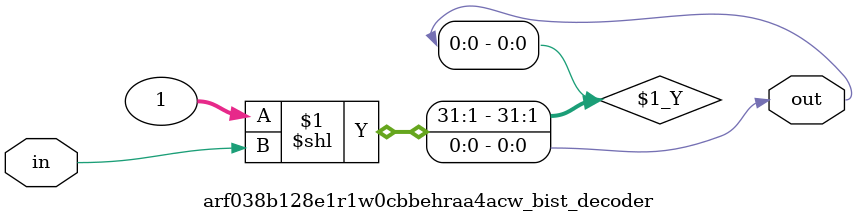
<source format=sv>

`ifndef ARF038B128E1R1W0CBBEHRAA4ACW_BIST_DECODER_SV
`define ARF038B128E1R1W0CBBEHRAA4ACW_BIST_DECODER_SV

module arf038b128e1r1w0cbbehraa4acw_bist_decoder # (
  parameter IN_WIDTH  = 1,
  parameter OUT_WIDTH = 1
)
(
  input  logic [IN_WIDTH-1:0]  in,
  output logic [OUT_WIDTH-1:0] out
);
  
  assign out = 'b1 << in;

endmodule // arf038b128e1r1w0cbbehraa4acw_bist_decoder

`endif // ARF038B128E1R1W0CBBEHRAA4ACW_BIST_DECODER_SV
</source>
